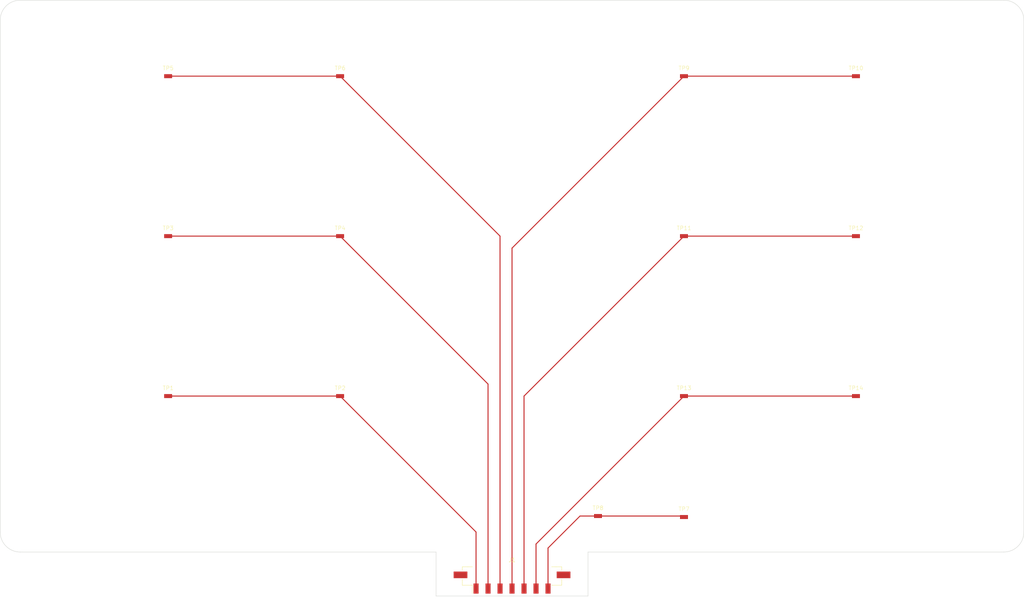
<source format=kicad_pcb>
(kicad_pcb (version 20221018) (generator pcbnew)
  (layers (0 "F.Cu" signal) (31 "B.Cu" signal) (34 "B.Paste" user) (35 "F.Paste" user) (36 "B.SilkS" user "B.Silkscreen") (37 "F.SilkS" user "F.Silkscreen") (38 "B.Mask" user) (39 "F.Mask" user) (44 "Edge.Cuts" user))
  (net 0 "")
  (net 1 "Net-(J1-Pin_1)")
  (net 2 "Net-(J1-Pin_2)")
  (net 3 "Net-(J1-Pin_3)")
  (net 4 "Net-(J1-Pin_4)")
  (net 5 "Net-(J1-Pin_5)")
  (net 6 "Net-(J1-Pin_6)")
  (net 7 "Net-(J1-Pin_7)")
  (footprint "TestPoint:PAD_1x2mm" (layer "F.Cu") (at 191 79)
    (fp_text reference "TP11" (at 0 -2 unlocked) (layer "F.SilkS") (effects (font (thickness 0.1))))
    (fp_text value "TestPoint")
    (pad "1" smd rect (at 0 0 90) (size 1 2) (layers "F.Cu" "F.Paste" "F.Mask") (net 5 "Net-(J1-Pin_5)"))
  )
  (footprint "TestPoint:PAD_1x2mm" (layer "F.Cu") (at 105 79)
    (fp_text reference "TP4" (at 0 -2 unlocked) (layer "F.SilkS") (effects (font (thickness 0.1))))
    (fp_text value "TestPoint")
    (pad "1" smd rect (at 0 0 90) (size 1 2) (layers "F.Cu" "F.Paste" "F.Mask") (net 2 "Net-(J1-Pin_2)"))
  )
  (footprint "Connector_Molex:Molex_Micro-Fit_3.0_43650-0724_1x07-1MP_P3.00mm_Vertical" (layer "F.Cu") (at 148 164)
    (fp_text reference "J1" (at 0 -4) (layer "F.SilkS"))
    (fp_text value "Conn_01x07")
    (fp_line (start -12.435 -2.295) (end -11.015 -2.295) (stroke (width 0.12)) (layer "F.SilkS"))
    (fp_line (start -12.435 -1.37) (end -12.435 -2.295) (stroke (width 0.12)) (layer "F.SilkS"))
    (fp_line (start -12.435 0.8) (end -12.435 2.295) (stroke (width 0.12)) (layer "F.SilkS"))
    (fp_line (start -12.435 2.295) (end -9.895 2.295) (stroke (width 0.12)) (layer "F.SilkS"))
    (fp_line (start -11.015 -2.295) (end -11.015 -2.295) (stroke (width 0.12)) (layer "F.SilkS"))
    (fp_line (start -11.015 -2.295) (end -9.895 -2.295) (stroke (width 0.12)) (layer "F.SilkS"))
    (fp_line (start -9.895 2.295) (end -9.895 4.405) (stroke (width 0.12)) (layer "F.SilkS"))
    (fp_line (start 11.015 -2.295) (end 9.895 -2.295) (stroke (width 0.12)) (layer "F.SilkS"))
    (fp_line (start 11.015 -2.295) (end 11.015 -2.295) (stroke (width 0.12)) (layer "F.SilkS"))
    (fp_line (start 12.435 -2.295) (end 11.015 -2.295) (stroke (width 0.12)) (layer "F.SilkS"))
    (fp_line (start 12.435 -1.37) (end 12.435 -2.295) (stroke (width 0.12)) (layer "F.SilkS"))
    (fp_line (start 12.435 0.8) (end 12.435 2.295) (stroke (width 0.12)) (layer "F.SilkS"))
    (fp_line (start 12.435 2.295) (end 9.895 2.295) (stroke (width 0.12)) (layer "F.SilkS"))
    (pad "1" smd rect (at -9 3.135) (size 1.27 2.54) (layers "F.Cu" "F.Paste" "F.Mask") (net 1 "Net-(J1-Pin_1)"))
    (pad "2" smd rect (at -6 3.135) (size 1.27 2.54) (layers "F.Cu" "F.Paste" "F.Mask") (net 2 "Net-(J1-Pin_2)"))
    (pad "3" smd rect (at -3 3.135) (size 1.27 2.54) (layers "F.Cu" "F.Paste" "F.Mask") (net 3 "Net-(J1-Pin_3)"))
    (pad "4" smd rect (at 0 3.135) (size 1.27 2.54) (layers "F.Cu" "F.Paste" "F.Mask") (net 4 "Net-(J1-Pin_4)"))
    (pad "5" smd rect (at 3 3.135) (size 1.27 2.54) (layers "F.Cu" "F.Paste" "F.Mask") (net 5 "Net-(J1-Pin_5)"))
    (pad "6" smd rect (at 6 3.135) (size 1.27 2.54) (layers "F.Cu" "F.Paste" "F.Mask") (net 6 "Net-(J1-Pin_6)"))
    (pad "7" smd rect (at 9 3.135) (size 1.27 2.54) (layers "F.Cu" "F.Paste" "F.Mask") (net 7 "Net-(J1-Pin_7)"))
    (pad "MP" smd rect (at -12.885 -0.285) (size 3.43 1.65) (layers "F.Cu" "F.Paste" "F.Mask"))
    (pad "MP" smd rect (at 12.885 -0.285) (size 3.43 1.65) (layers "F.Cu" "F.Paste" "F.Mask"))
  )
  (footprint "TestPoint:PAD_1x2mm" (layer "F.Cu") (at 169.5 149)
    (fp_text reference "TP8" (at 0 -2 unlocked) (layer "F.SilkS") (effects (font (thickness 0.1))))
    (fp_text value "TestPoint")
    (pad "1" smd rect (at 0 0 90) (size 1 2) (layers "F.Cu" "F.Paste" "F.Mask") (net 7 "Net-(J1-Pin_7)"))
  )
  (footprint "TestPoint:PAD_1x2mm" (layer "F.Cu") (at 62 39)
    (fp_text reference "TP5" (at 0 -2 unlocked) (layer "F.SilkS") (effects (font (thickness 0.1))))
    (fp_text value "TestPoint")
    (pad "1" smd rect (at 0 0 90) (size 1 2) (layers "F.Cu" "F.Paste" "F.Mask") (net 3 "Net-(J1-Pin_3)"))
  )
  (footprint "TestPoint:PAD_1x2mm" (layer "F.Cu") (at 234 39)
    (fp_text reference "TP10" (at 0 -2 unlocked) (layer "F.SilkS") (effects (font (thickness 0.1))))
    (fp_text value "TestPoint")
    (pad "1" smd rect (at 0 0 90) (size 1 2) (layers "F.Cu" "F.Paste" "F.Mask") (net 4 "Net-(J1-Pin_4)"))
  )
  (footprint "TestPoint:PAD_1x2mm" (layer "F.Cu") (at 62 79)
    (fp_text reference "TP3" (at 0 -2 unlocked) (layer "F.SilkS") (effects (font (thickness 0.1))))
    (fp_text value "TestPoint")
    (pad "1" smd rect (at 0 0 90) (size 1 2) (layers "F.Cu" "F.Paste" "F.Mask") (net 2 "Net-(J1-Pin_2)"))
  )
  (footprint "TestPoint:PAD_1x2mm" (layer "F.Cu") (at 234 119)
    (fp_text reference "TP14" (at 0 -2 unlocked) (layer "F.SilkS") (effects (font (thickness 0.1))))
    (fp_text value "TestPoint")
    (pad "1" smd rect (at 0 0 90) (size 1 2) (layers "F.Cu" "F.Paste" "F.Mask") (net 6 "Net-(J1-Pin_6)"))
  )
  (footprint "TestPoint:PAD_1x2mm" (layer "F.Cu") (at 191 149.25)
    (fp_text reference "TP7" (at 0 -2 unlocked) (layer "F.SilkS") (effects (font (thickness 0.1))))
    (fp_text value "TestPoint")
    (pad "1" smd rect (at 0 0 90) (size 1 2) (layers "F.Cu" "F.Paste" "F.Mask") (net 7 "Net-(J1-Pin_7)"))
  )
  (footprint "TestPoint:PAD_1x2mm" (layer "F.Cu") (at 62 119)
    (fp_text reference "TP1" (at 0 -2 unlocked) (layer "F.SilkS") (effects (font (thickness 0.1))))
    (fp_text value "TestPoint")
    (pad "1" smd rect (at 0 0 90) (size 1 2) (layers "F.Cu" "F.Paste" "F.Mask") (net 1 "Net-(J1-Pin_1)"))
  )
  (footprint "TestPoint:PAD_1x2mm" (layer "F.Cu") (at 234 79)
    (fp_text reference "TP12" (at 0 -2 unlocked) (layer "F.SilkS") (effects (font (thickness 0.1))))
    (fp_text value "TestPoint")
    (pad "1" smd rect (at 0 0 90) (size 1 2) (layers "F.Cu" "F.Paste" "F.Mask") (net 5 "Net-(J1-Pin_5)"))
  )
  (footprint "TestPoint:PAD_1x2mm" (layer "F.Cu") (at 191 119)
    (fp_text reference "TP13" (at 0 -2 unlocked) (layer "F.SilkS") (effects (font (thickness 0.1))))
    (fp_text value "TestPoint")
    (pad "1" smd rect (at 0 0 90) (size 1 2) (layers "F.Cu" "F.Paste" "F.Mask") (net 6 "Net-(J1-Pin_6)"))
  )
  (footprint "TestPoint:PAD_1x2mm" (layer "F.Cu") (at 105 119)
    (fp_text reference "TP2" (at 0 -2 unlocked) (layer "F.SilkS") (effects (font (thickness 0.1))))
    (fp_text value "TestPoint")
    (pad "1" smd rect (at 0 0 90) (size 1 2) (layers "F.Cu" "F.Paste" "F.Mask") (net 1 "Net-(J1-Pin_1)"))
  )
  (footprint "TestPoint:PAD_1x2mm" (layer "F.Cu") (at 105 39)
    (fp_text reference "TP6" (at 0 -2 unlocked) (layer "F.SilkS") (effects (font (thickness 0.1))))
    (fp_text value "TestPoint")
    (pad "1" smd rect (at 0 0 90) (size 1 2) (layers "F.Cu" "F.Paste" "F.Mask") (net 3 "Net-(J1-Pin_3)"))
  )
  (footprint "TestPoint:PAD_1x2mm" (layer "F.Cu") (at 191 39)
    (fp_text reference "TP9" (at 0 -2 unlocked) (layer "F.SilkS") (effects (font (thickness 0.1))))
    (fp_text value "TestPoint")
    (pad "1" smd rect (at 0 0 90) (size 1 2) (layers "F.Cu" "F.Paste" "F.Mask") (net 4 "Net-(J1-Pin_4)"))
  )
  (gr_arc (start 20 25) (mid 21.464466 21.464466) (end 25 20) (stroke (width 0.1)) (layer "Edge.Cuts"))
  (gr_arc (start 25 158) (mid 21.464466 156.535534) (end 20 153) (stroke (width 0.1)) (layer "Edge.Cuts"))
  (gr_line (start 20 25) (end 20 153) (stroke (width 0.1)) (layer "Edge.Cuts"))
  (gr_line (start 129 169) (end 167 169) (stroke (width 0.1)) (layer "Edge.Cuts"))
  (gr_line (start 129 158) (end 25 158) (stroke (width 0.1)) (layer "Edge.Cuts"))
  (gr_line (start 167 158) (end 271 158) (stroke (width 0.1)) (layer "Edge.Cuts"))
  (gr_line (start 276 153) (end 276 25) (stroke (width 0.1)) (layer "Edge.Cuts"))
  (gr_line (start 167 169) (end 167 158) (stroke (width 0.1)) (layer "Edge.Cuts"))
  (gr_line (start 25 20) (end 271 20) (stroke (width 0.1)) (layer "Edge.Cuts"))
  (gr_arc (start 271 20) (mid 274.535534 21.464466) (end 276 25) (stroke (width 0.1)) (layer "Edge.Cuts"))
  (gr_line (start 129 158) (end 129 169) (stroke (width 0.1)) (layer "Edge.Cuts"))
  (gr_arc (start 276 153) (mid 274.535534 156.535534) (end 271 158) (stroke (width 0.1)) (layer "Edge.Cuts"))
  (segment (start 139 153) (end 105 119) (width 0.25) (layer "F.Cu") (net 1))
  (segment (start 105 119) (end 62 119) (width 0.25) (layer "F.Cu") (net 1))
  (segment (start 139 167.135) (end 139 153) (width 0.25) (layer "F.Cu") (net 1))
  (segment (start 142 167.135) (end 142 116) (width 0.25) (layer "F.Cu") (net 2))
  (segment (start 142 116) (end 105 79) (width 0.25) (layer "F.Cu") (net 2))
  (segment (start 62 79) (end 105 79) (width 0.25) (layer "F.Cu") (net 2))
  (segment (start 145 79) (end 105 39) (width 0.25) (layer "F.Cu") (net 3))
  (segment (start 145 167.135) (end 145 79) (width 0.25) (layer "F.Cu") (net 3))
  (segment (start 105 39) (end 62 39) (width 0.25) (layer "F.Cu") (net 3))
  (segment (start 148 82) (end 148 167.135) (width 0.25) (layer "F.Cu") (net 4))
  (segment (start 234 39) (end 191 39) (width 0.25) (layer "F.Cu") (net 4))
  (segment (start 191 39) (end 148 82) (width 0.25) (layer "F.Cu") (net 4))
  (segment (start 234 79) (end 191 79) (width 0.25) (layer "F.Cu") (net 5))
  (segment (start 191 79) (end 151 119) (width 0.25) (layer "F.Cu") (net 5))
  (segment (start 151 119) (end 151 167.135) (width 0.25) (layer "F.Cu") (net 5))
  (segment (start 191 119) (end 154 156) (width 0.25) (layer "F.Cu") (net 6))
  (segment (start 234 119) (end 191 119) (width 0.25) (layer "F.Cu") (net 6))
  (segment (start 154 156) (end 154 167.135) (width 0.25) (layer "F.Cu") (net 6))
  (segment (start 191 149) (end 169.5 149) (width 0.25) (layer "F.Cu") (net 7))
  (segment (start 165 149) (end 169.5 149) (width 0.25) (layer "F.Cu") (net 7))
  (segment (start 157 157) (end 165 149) (width 0.25) (layer "F.Cu") (net 7))
  (segment (start 157 167.135) (end 157 157) (width 0.25) (layer "F.Cu") (net 7))
)
</source>
